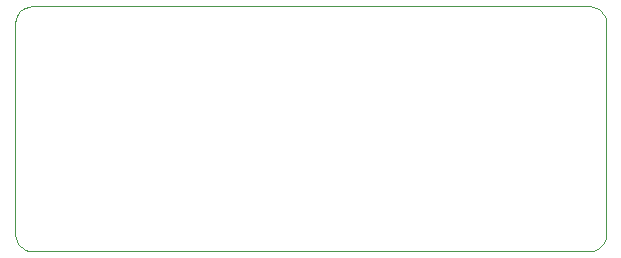
<source format=gbr>
G04 #@! TF.GenerationSoftware,KiCad,Pcbnew,(5.1.10)-1*
G04 #@! TF.CreationDate,2021-09-01T23:54:38-05:00*
G04 #@! TF.ProjectId,Bsides-KC-2021-WireX-Sponsor-SAO-SVG2Shenzen v1_00 (Paths),42736964-6573-42d4-9b43-2d323032312d,rev?*
G04 #@! TF.SameCoordinates,Original*
G04 #@! TF.FileFunction,Profile,NP*
%FSLAX46Y46*%
G04 Gerber Fmt 4.6, Leading zero omitted, Abs format (unit mm)*
G04 Created by KiCad (PCBNEW (5.1.10)-1) date 2021-09-01 23:54:38*
%MOMM*%
%LPD*%
G01*
G04 APERTURE LIST*
G04 #@! TA.AperFunction,Profile*
%ADD10C,0.100000*%
G04 #@! TD*
G04 APERTURE END LIST*
D10*
X126105100Y-90467400D02*
X173323000Y-90467400D01*
X173323000Y-90467400D02*
X173604100Y-90495500D01*
X173604100Y-90495500D02*
X173865500Y-90576300D01*
X173865500Y-90576300D02*
X174101800Y-90704300D01*
X174101800Y-90704300D02*
X174307500Y-90873900D01*
X174307500Y-90873900D02*
X174477100Y-91079600D01*
X174477100Y-91079600D02*
X174605100Y-91315900D01*
X174605100Y-91315900D02*
X174685900Y-91577300D01*
X174685900Y-91577300D02*
X174714000Y-91858400D01*
X174714000Y-91858400D02*
X174714000Y-109817800D01*
X174714000Y-109817800D02*
X174685900Y-110098900D01*
X174685900Y-110098900D02*
X174605100Y-110360300D01*
X174605100Y-110360300D02*
X174477100Y-110596600D01*
X174477100Y-110596600D02*
X174307500Y-110802300D01*
X174307500Y-110802300D02*
X174101800Y-110971900D01*
X174101800Y-110971900D02*
X173865500Y-111099900D01*
X173865500Y-111099900D02*
X173604100Y-111180700D01*
X173604100Y-111180700D02*
X173323000Y-111208800D01*
X173323000Y-111208800D02*
X126105100Y-111208800D01*
X126105100Y-111208800D02*
X125824000Y-111180700D01*
X125824000Y-111180700D02*
X125562600Y-111099900D01*
X125562600Y-111099900D02*
X125326300Y-110971900D01*
X125326300Y-110971900D02*
X125120600Y-110802300D01*
X125120600Y-110802300D02*
X124951000Y-110596600D01*
X124951000Y-110596600D02*
X124823000Y-110360300D01*
X124823000Y-110360300D02*
X124742200Y-110098900D01*
X124742200Y-110098900D02*
X124714000Y-109817800D01*
X124714000Y-109817800D02*
X124714000Y-91858400D01*
X124714000Y-91858400D02*
X124742200Y-91577300D01*
X124742200Y-91577300D02*
X124823000Y-91315900D01*
X124823000Y-91315900D02*
X124951000Y-91079600D01*
X124951000Y-91079600D02*
X125120600Y-90873900D01*
X125120600Y-90873900D02*
X125326300Y-90704300D01*
X125326300Y-90704300D02*
X125562600Y-90576300D01*
X125562600Y-90576300D02*
X125824000Y-90495500D01*
X125824000Y-90495500D02*
X126105100Y-90467400D01*
X126105100Y-90467400D02*
X126105100Y-90467400D01*
X126105100Y-90467400D02*
X126105100Y-90467400D01*
M02*

</source>
